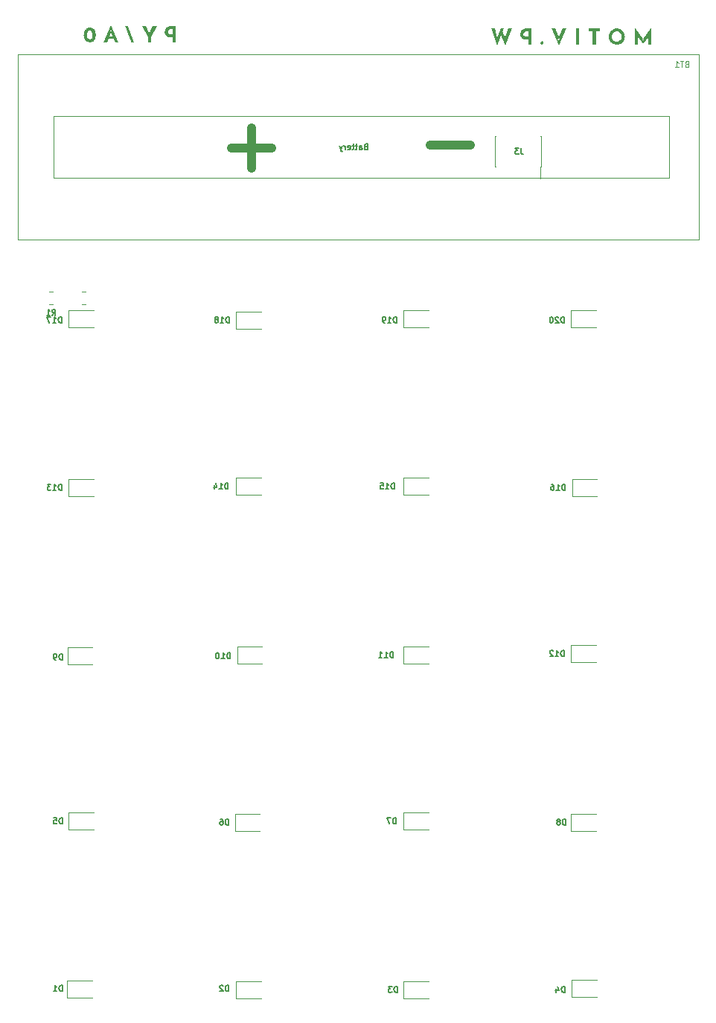
<source format=gbr>
%TF.GenerationSoftware,KiCad,Pcbnew,8.0.5-8.0.5-0~ubuntu22.04.1*%
%TF.CreationDate,2024-11-26T13:49:24+00:00*%
%TF.ProjectId,numcalcium,6e756d63-616c-4636-9975-6d2e6b696361,rev?*%
%TF.SameCoordinates,Original*%
%TF.FileFunction,Legend,Bot*%
%TF.FilePolarity,Positive*%
%FSLAX46Y46*%
G04 Gerber Fmt 4.6, Leading zero omitted, Abs format (unit mm)*
G04 Created by KiCad (PCBNEW 8.0.5-8.0.5-0~ubuntu22.04.1) date 2024-11-26 13:49:24*
%MOMM*%
%LPD*%
G01*
G04 APERTURE LIST*
%ADD10C,0.400000*%
%ADD11C,0.150000*%
%ADD12C,0.100000*%
%ADD13C,1.000000*%
%ADD14C,0.120000*%
G04 APERTURE END LIST*
D10*
G36*
X71428861Y30714783D02*
G01*
X71428861Y32591606D01*
X71426724Y32591606D01*
X70424412Y31170418D01*
X70576575Y31204612D01*
X69576828Y32591606D01*
X69572127Y32591606D01*
X69572127Y30714783D01*
X69927317Y30714783D01*
X69927317Y31790184D01*
X69905091Y31606391D01*
X70515026Y30739146D01*
X70520155Y30739146D01*
X71147188Y31606391D01*
X71086066Y31775651D01*
X71086066Y30714783D01*
X71428861Y30714783D01*
G37*
G36*
X67597824Y32533155D02*
G01*
X67688785Y32519371D01*
X67776701Y32496397D01*
X67861572Y32464233D01*
X67942382Y32424028D01*
X68018116Y32376931D01*
X68088775Y32322942D01*
X68154358Y32262061D01*
X68213957Y32195356D01*
X68266664Y32123896D01*
X68312479Y32047681D01*
X68351401Y31966710D01*
X68382443Y31882160D01*
X68404615Y31795206D01*
X68417919Y31705847D01*
X68422354Y31614085D01*
X68417919Y31520078D01*
X68404615Y31429117D01*
X68382443Y31341201D01*
X68351401Y31256330D01*
X68312479Y31175520D01*
X68266664Y31099786D01*
X68213957Y31029127D01*
X68154358Y30963544D01*
X68088775Y30903918D01*
X68018116Y30851131D01*
X67942382Y30805183D01*
X67861572Y30766073D01*
X67776701Y30735032D01*
X67688785Y30712859D01*
X67597824Y30699555D01*
X67503817Y30695121D01*
X67410932Y30699555D01*
X67320773Y30712859D01*
X67233337Y30735032D01*
X67148627Y30766073D01*
X67067657Y30805183D01*
X66991442Y30851131D01*
X66919981Y30903918D01*
X66853276Y30963544D01*
X66792475Y31029127D01*
X66738727Y31099786D01*
X66692030Y31175520D01*
X66652387Y31256330D01*
X66620784Y31341201D01*
X66598211Y31429117D01*
X66584667Y31520078D01*
X66580152Y31614085D01*
X66947737Y31614085D01*
X66949742Y31562295D01*
X66962504Y31477034D01*
X66989625Y31389687D01*
X67006300Y31351579D01*
X67050160Y31274786D01*
X67104602Y31205894D01*
X67133073Y31177328D01*
X67200945Y31123993D01*
X67277282Y31082368D01*
X67315024Y31067406D01*
X67400613Y31045609D01*
X67491422Y31038343D01*
X67543089Y31040450D01*
X67627569Y31053864D01*
X67713256Y31082368D01*
X67750547Y31100124D01*
X67825468Y31147154D01*
X67892347Y31205894D01*
X67920011Y31236708D01*
X67971805Y31309247D01*
X68012453Y31389687D01*
X68029108Y31436071D01*
X68049185Y31526229D01*
X68055195Y31614085D01*
X68053212Y31666748D01*
X68040579Y31753222D01*
X68013735Y31841475D01*
X67996825Y31880148D01*
X67951939Y31957652D01*
X67895766Y32026550D01*
X67866379Y32055261D01*
X67796830Y32108807D01*
X67719239Y32150503D01*
X67674477Y32167657D01*
X67587005Y32188337D01*
X67501253Y32194528D01*
X67457776Y32192980D01*
X67367699Y32179007D01*
X67283266Y32150503D01*
X67246501Y32132731D01*
X67173029Y32085566D01*
X67108022Y32026550D01*
X67081099Y31995820D01*
X67030499Y31922951D01*
X66990480Y31841475D01*
X66971780Y31787833D01*
X66953748Y31703363D01*
X66947737Y31614085D01*
X66580152Y31614085D01*
X66584667Y31705847D01*
X66598211Y31795206D01*
X66620784Y31882160D01*
X66652387Y31966710D01*
X66692030Y32047681D01*
X66738727Y32123896D01*
X66792475Y32195356D01*
X66853276Y32262061D01*
X66919981Y32322942D01*
X66991442Y32376931D01*
X67067657Y32424028D01*
X67148627Y32464233D01*
X67233337Y32496397D01*
X67320773Y32519371D01*
X67410932Y32533155D01*
X67503817Y32537750D01*
X67597824Y32533155D01*
G37*
G36*
X65552195Y32518089D02*
G01*
X64337026Y32518089D01*
X64337026Y32174866D01*
X64775564Y32174866D01*
X64775564Y30714783D01*
X65130754Y30714783D01*
X65130754Y32174866D01*
X65552195Y32174866D01*
X65552195Y32518089D01*
G37*
G36*
X63200075Y32518089D02*
G01*
X62844885Y32518089D01*
X62844885Y30714783D01*
X63200075Y30714783D01*
X63200075Y32518089D01*
G37*
G36*
X61312566Y32518089D02*
G01*
X60785979Y31219571D01*
X60991570Y31261032D01*
X60514137Y32518089D01*
X60092695Y32518089D01*
X60915916Y30631435D01*
X61739137Y32518089D01*
X61312566Y32518089D01*
G37*
G36*
X59183563Y30891309D02*
G01*
X59162024Y30976360D01*
X59128425Y31018254D01*
X59055161Y31062700D01*
X59007036Y31069973D01*
X58922265Y31043255D01*
X58890776Y31018254D01*
X58843392Y30944624D01*
X58835639Y30891309D01*
X58855077Y30806981D01*
X58890776Y30762654D01*
X58965722Y30720439D01*
X59007036Y30714783D01*
X59092878Y30737409D01*
X59128425Y30762654D01*
X59175809Y30835350D01*
X59183563Y30891309D01*
G37*
G36*
X57771778Y30714783D02*
G01*
X57416588Y30714783D01*
X57416588Y31285822D01*
X57161842Y31285822D01*
X57129232Y31286307D01*
X57037261Y31293576D01*
X56945382Y31311884D01*
X56864355Y31340960D01*
X56806732Y31370746D01*
X56731819Y31423740D01*
X56670731Y31486712D01*
X56641010Y31527337D01*
X56595798Y31607994D01*
X56565585Y31688457D01*
X56554254Y31730246D01*
X56537748Y31820480D01*
X56532847Y31900459D01*
X56887436Y31900459D01*
X56901113Y31819676D01*
X56904700Y31808089D01*
X56945138Y31730344D01*
X56959706Y31712340D01*
X57029768Y31659392D01*
X57077970Y31641127D01*
X57164407Y31631182D01*
X57416588Y31631182D01*
X57416588Y32174866D01*
X57161842Y32174866D01*
X57097308Y32170358D01*
X57013526Y32142809D01*
X56990753Y32128256D01*
X56931460Y32064591D01*
X56926573Y32055866D01*
X56895984Y31972694D01*
X56887436Y31900459D01*
X56532847Y31900459D01*
X56532245Y31910290D01*
X56535085Y31978401D01*
X56547708Y32063699D01*
X56573978Y32152123D01*
X56613029Y32232569D01*
X56640079Y32273552D01*
X56697868Y32339801D01*
X56767355Y32396380D01*
X56848540Y32443289D01*
X56868095Y32452347D01*
X56951656Y32482734D01*
X57043766Y32503771D01*
X57131375Y32514509D01*
X57225529Y32518089D01*
X57771778Y32518089D01*
X57771778Y30714783D01*
G37*
G36*
X55573959Y32505693D02*
G01*
X55157219Y32505693D01*
X54772537Y31373872D01*
X54828957Y31398235D01*
X54493428Y32233851D01*
X54329297Y31746159D01*
X54848618Y30631435D01*
X55573959Y32505693D01*
G37*
G36*
X54669527Y32505693D02*
G01*
X54316902Y32505693D01*
X53873662Y31410630D01*
X53937348Y31420461D01*
X53606521Y32505693D01*
X53224403Y32505693D01*
X53919824Y30636564D01*
X54669527Y32505693D01*
G37*
G36*
X17326861Y30968783D02*
G01*
X16971671Y30968783D01*
X16971671Y31539822D01*
X16716925Y31539822D01*
X16684315Y31540307D01*
X16592344Y31547576D01*
X16500465Y31565884D01*
X16419438Y31594960D01*
X16361815Y31624746D01*
X16286903Y31677740D01*
X16225814Y31740712D01*
X16196093Y31781337D01*
X16150881Y31861994D01*
X16120668Y31942457D01*
X16109337Y31984246D01*
X16092831Y32074480D01*
X16087930Y32154459D01*
X16442519Y32154459D01*
X16456196Y32073676D01*
X16459783Y32062089D01*
X16500221Y31984344D01*
X16514789Y31966340D01*
X16584851Y31913392D01*
X16633053Y31895127D01*
X16719490Y31885182D01*
X16971671Y31885182D01*
X16971671Y32428866D01*
X16716925Y32428866D01*
X16652391Y32424358D01*
X16568609Y32396809D01*
X16545836Y32382256D01*
X16486543Y32318591D01*
X16481656Y32309866D01*
X16451067Y32226694D01*
X16442519Y32154459D01*
X16087930Y32154459D01*
X16087328Y32164290D01*
X16090168Y32232401D01*
X16102791Y32317699D01*
X16129061Y32406123D01*
X16168112Y32486569D01*
X16195162Y32527552D01*
X16252951Y32593801D01*
X16322438Y32650380D01*
X16403623Y32697289D01*
X16423178Y32706347D01*
X16506739Y32736734D01*
X16598849Y32757771D01*
X16686458Y32768509D01*
X16780612Y32772089D01*
X17326861Y32772089D01*
X17326861Y30968783D01*
G37*
G36*
X14506711Y31529992D02*
G01*
X15170502Y32772089D01*
X14731964Y32772089D01*
X14266498Y31836028D01*
X14371645Y31828762D01*
X13913445Y32772089D01*
X13474907Y32772089D01*
X14151521Y31529992D01*
X14151521Y30968783D01*
X14506711Y30968783D01*
X14506711Y31529992D01*
G37*
G36*
X11598084Y32808847D02*
G01*
X11630702Y32720152D01*
X11663320Y32631502D01*
X11695937Y32542898D01*
X11728555Y32454338D01*
X11761173Y32365824D01*
X11793791Y32277354D01*
X11826409Y32188930D01*
X11859027Y32100550D01*
X11891645Y32012216D01*
X11924263Y31923927D01*
X11946008Y31865093D01*
X11978626Y31776914D01*
X12011244Y31688690D01*
X12043861Y31600421D01*
X12076479Y31512106D01*
X12109097Y31423747D01*
X12141715Y31335343D01*
X12174333Y31246893D01*
X12206951Y31158399D01*
X12239569Y31069859D01*
X12272186Y30981275D01*
X12293932Y30922193D01*
X12602960Y30922193D01*
X12570342Y31010808D01*
X12537724Y31099378D01*
X12505106Y31187902D01*
X12472489Y31276382D01*
X12439871Y31364816D01*
X12407253Y31453205D01*
X12374635Y31541550D01*
X12342017Y31629849D01*
X12309399Y31718103D01*
X12276781Y31806312D01*
X12255036Y31865093D01*
X12222418Y31953352D01*
X12189800Y32041656D01*
X12157182Y32130005D01*
X12124565Y32218400D01*
X12091947Y32306839D01*
X12059329Y32395323D01*
X12026711Y32483853D01*
X11994093Y32572428D01*
X11961475Y32661047D01*
X11928857Y32749712D01*
X11907112Y32808847D01*
X11598084Y32808847D01*
G37*
G36*
X10788968Y30968783D02*
G01*
X9975579Y32843041D01*
X9955917Y32843041D01*
X9142527Y30968783D01*
X9554138Y30968783D01*
X10073459Y32286961D01*
X9816577Y32463488D01*
X10438907Y30968783D01*
X10788968Y30968783D01*
G37*
G36*
X10232888Y31620606D02*
G01*
X9691341Y31620606D01*
X9566533Y31321408D01*
X10343164Y31321408D01*
X10232888Y31620606D01*
G37*
G36*
X7558683Y32612619D02*
G01*
X7648025Y32607861D01*
X7733109Y32595172D01*
X7821784Y32572054D01*
X7896575Y32541516D01*
X7971421Y32495390D01*
X8038489Y32436132D01*
X8055362Y32417709D01*
X8106453Y32348319D01*
X8149613Y32266657D01*
X8181676Y32182669D01*
X8187887Y32162601D01*
X8208724Y32076314D01*
X8223150Y31980411D01*
X8230513Y31888606D01*
X8232967Y31789438D01*
X8230390Y31699887D01*
X8221133Y31604003D01*
X8205145Y31515012D01*
X8179111Y31423135D01*
X8168660Y31394437D01*
X8133070Y31314022D01*
X8086070Y31234664D01*
X8031222Y31165825D01*
X7969346Y31107605D01*
X7894725Y31055327D01*
X7813236Y31015372D01*
X7726149Y30987387D01*
X7635325Y30971018D01*
X7549514Y30966218D01*
X7463871Y30970768D01*
X7373616Y30986282D01*
X7287503Y31012807D01*
X7213505Y31047060D01*
X7138278Y31096597D01*
X7069516Y31158559D01*
X7051932Y31177659D01*
X6998638Y31248652D01*
X6953525Y31330915D01*
X6919917Y31414587D01*
X6913396Y31434434D01*
X6891517Y31518596D01*
X6876370Y31610399D01*
X6868639Y31696994D01*
X6866062Y31789438D01*
X6866345Y31799269D01*
X7235784Y31799269D01*
X7238016Y31724019D01*
X7246804Y31637282D01*
X7263995Y31549226D01*
X7271681Y31521864D01*
X7305428Y31443177D01*
X7361020Y31371844D01*
X7378965Y31356617D01*
X7461368Y31317598D01*
X7552079Y31306876D01*
X7581304Y31307891D01*
X7665216Y31325212D01*
X7741001Y31371844D01*
X7757450Y31388794D01*
X7807595Y31464967D01*
X7836317Y31547089D01*
X7849333Y31611046D01*
X7860062Y31702318D01*
X7863244Y31792003D01*
X7861561Y31857639D01*
X7852726Y31949783D01*
X7836317Y32034353D01*
X7830903Y32054238D01*
X7796005Y32136705D01*
X7741001Y32206178D01*
X7722996Y32221104D01*
X7641200Y32259353D01*
X7552079Y32269864D01*
X7522259Y32268882D01*
X7437061Y32252131D01*
X7361020Y32207033D01*
X7348474Y32194952D01*
X7296450Y32123169D01*
X7263995Y32039055D01*
X7250358Y31977577D01*
X7239118Y31888349D01*
X7235784Y31799269D01*
X6866345Y31799269D01*
X6868639Y31878990D01*
X6877895Y31974874D01*
X6893884Y32063865D01*
X6919917Y32155742D01*
X6930372Y32184440D01*
X6966019Y32264855D01*
X7013161Y32344213D01*
X7068234Y32413052D01*
X7129927Y32471455D01*
X7204538Y32523743D01*
X7286221Y32563505D01*
X7373064Y32591490D01*
X7463746Y32607859D01*
X7549514Y32612659D01*
X7558683Y32612619D01*
G37*
D11*
X23345388Y-58109682D02*
X23345388Y-57449682D01*
X23345388Y-57449682D02*
X23188245Y-57449682D01*
X23188245Y-57449682D02*
X23093959Y-57481111D01*
X23093959Y-57481111D02*
X23031102Y-57543968D01*
X23031102Y-57543968D02*
X22999673Y-57606825D01*
X22999673Y-57606825D02*
X22968245Y-57732539D01*
X22968245Y-57732539D02*
X22968245Y-57826825D01*
X22968245Y-57826825D02*
X22999673Y-57952539D01*
X22999673Y-57952539D02*
X23031102Y-58015396D01*
X23031102Y-58015396D02*
X23093959Y-58078254D01*
X23093959Y-58078254D02*
X23188245Y-58109682D01*
X23188245Y-58109682D02*
X23345388Y-58109682D01*
X22402531Y-57449682D02*
X22528245Y-57449682D01*
X22528245Y-57449682D02*
X22591102Y-57481111D01*
X22591102Y-57481111D02*
X22622531Y-57512539D01*
X22622531Y-57512539D02*
X22685388Y-57606825D01*
X22685388Y-57606825D02*
X22716816Y-57732539D01*
X22716816Y-57732539D02*
X22716816Y-57983968D01*
X22716816Y-57983968D02*
X22685388Y-58046825D01*
X22685388Y-58046825D02*
X22653959Y-58078254D01*
X22653959Y-58078254D02*
X22591102Y-58109682D01*
X22591102Y-58109682D02*
X22465388Y-58109682D01*
X22465388Y-58109682D02*
X22402531Y-58078254D01*
X22402531Y-58078254D02*
X22371102Y-58046825D01*
X22371102Y-58046825D02*
X22339673Y-57983968D01*
X22339673Y-57983968D02*
X22339673Y-57826825D01*
X22339673Y-57826825D02*
X22371102Y-57763968D01*
X22371102Y-57763968D02*
X22402531Y-57732539D01*
X22402531Y-57732539D02*
X22465388Y-57701111D01*
X22465388Y-57701111D02*
X22591102Y-57701111D01*
X22591102Y-57701111D02*
X22653959Y-57732539D01*
X22653959Y-57732539D02*
X22685388Y-57763968D01*
X22685388Y-57763968D02*
X22716816Y-57826825D01*
X4355674Y-20009682D02*
X4355674Y-19349682D01*
X4355674Y-19349682D02*
X4198531Y-19349682D01*
X4198531Y-19349682D02*
X4104245Y-19381111D01*
X4104245Y-19381111D02*
X4041388Y-19443968D01*
X4041388Y-19443968D02*
X4009959Y-19506825D01*
X4009959Y-19506825D02*
X3978531Y-19632539D01*
X3978531Y-19632539D02*
X3978531Y-19726825D01*
X3978531Y-19726825D02*
X4009959Y-19852539D01*
X4009959Y-19852539D02*
X4041388Y-19915396D01*
X4041388Y-19915396D02*
X4104245Y-19978254D01*
X4104245Y-19978254D02*
X4198531Y-20009682D01*
X4198531Y-20009682D02*
X4355674Y-20009682D01*
X3349959Y-20009682D02*
X3727102Y-20009682D01*
X3538531Y-20009682D02*
X3538531Y-19349682D01*
X3538531Y-19349682D02*
X3601388Y-19443968D01*
X3601388Y-19443968D02*
X3664245Y-19506825D01*
X3664245Y-19506825D02*
X3727102Y-19538254D01*
X3129960Y-19349682D02*
X2721388Y-19349682D01*
X2721388Y-19349682D02*
X2941388Y-19601111D01*
X2941388Y-19601111D02*
X2847103Y-19601111D01*
X2847103Y-19601111D02*
X2784246Y-19632539D01*
X2784246Y-19632539D02*
X2752817Y-19663968D01*
X2752817Y-19663968D02*
X2721388Y-19726825D01*
X2721388Y-19726825D02*
X2721388Y-19883968D01*
X2721388Y-19883968D02*
X2752817Y-19946825D01*
X2752817Y-19946825D02*
X2784246Y-19978254D01*
X2784246Y-19978254D02*
X2847103Y-20009682D01*
X2847103Y-20009682D02*
X3035674Y-20009682D01*
X3035674Y-20009682D02*
X3098531Y-19978254D01*
X3098531Y-19978254D02*
X3129960Y-19946825D01*
X61505674Y-959682D02*
X61505674Y-299682D01*
X61505674Y-299682D02*
X61348531Y-299682D01*
X61348531Y-299682D02*
X61254245Y-331111D01*
X61254245Y-331111D02*
X61191388Y-393968D01*
X61191388Y-393968D02*
X61159959Y-456825D01*
X61159959Y-456825D02*
X61128531Y-582539D01*
X61128531Y-582539D02*
X61128531Y-676825D01*
X61128531Y-676825D02*
X61159959Y-802539D01*
X61159959Y-802539D02*
X61191388Y-865396D01*
X61191388Y-865396D02*
X61254245Y-928254D01*
X61254245Y-928254D02*
X61348531Y-959682D01*
X61348531Y-959682D02*
X61505674Y-959682D01*
X60877102Y-362539D02*
X60845674Y-331111D01*
X60845674Y-331111D02*
X60782817Y-299682D01*
X60782817Y-299682D02*
X60625674Y-299682D01*
X60625674Y-299682D02*
X60562817Y-331111D01*
X60562817Y-331111D02*
X60531388Y-362539D01*
X60531388Y-362539D02*
X60499959Y-425396D01*
X60499959Y-425396D02*
X60499959Y-488254D01*
X60499959Y-488254D02*
X60531388Y-582539D01*
X60531388Y-582539D02*
X60908531Y-959682D01*
X60908531Y-959682D02*
X60499959Y-959682D01*
X60091388Y-299682D02*
X60028531Y-299682D01*
X60028531Y-299682D02*
X59965674Y-331111D01*
X59965674Y-331111D02*
X59934246Y-362539D01*
X59934246Y-362539D02*
X59902817Y-425396D01*
X59902817Y-425396D02*
X59871388Y-551111D01*
X59871388Y-551111D02*
X59871388Y-708254D01*
X59871388Y-708254D02*
X59902817Y-833968D01*
X59902817Y-833968D02*
X59934246Y-896825D01*
X59934246Y-896825D02*
X59965674Y-928254D01*
X59965674Y-928254D02*
X60028531Y-959682D01*
X60028531Y-959682D02*
X60091388Y-959682D01*
X60091388Y-959682D02*
X60154246Y-928254D01*
X60154246Y-928254D02*
X60185674Y-896825D01*
X60185674Y-896825D02*
X60217103Y-833968D01*
X60217103Y-833968D02*
X60248531Y-708254D01*
X60248531Y-708254D02*
X60248531Y-551111D01*
X60248531Y-551111D02*
X60217103Y-425396D01*
X60217103Y-425396D02*
X60185674Y-362539D01*
X60185674Y-362539D02*
X60154246Y-331111D01*
X60154246Y-331111D02*
X60091388Y-299682D01*
X23532674Y-39186682D02*
X23532674Y-38526682D01*
X23532674Y-38526682D02*
X23375531Y-38526682D01*
X23375531Y-38526682D02*
X23281245Y-38558111D01*
X23281245Y-38558111D02*
X23218388Y-38620968D01*
X23218388Y-38620968D02*
X23186959Y-38683825D01*
X23186959Y-38683825D02*
X23155531Y-38809539D01*
X23155531Y-38809539D02*
X23155531Y-38903825D01*
X23155531Y-38903825D02*
X23186959Y-39029539D01*
X23186959Y-39029539D02*
X23218388Y-39092396D01*
X23218388Y-39092396D02*
X23281245Y-39155254D01*
X23281245Y-39155254D02*
X23375531Y-39186682D01*
X23375531Y-39186682D02*
X23532674Y-39186682D01*
X22526959Y-39186682D02*
X22904102Y-39186682D01*
X22715531Y-39186682D02*
X22715531Y-38526682D01*
X22715531Y-38526682D02*
X22778388Y-38620968D01*
X22778388Y-38620968D02*
X22841245Y-38683825D01*
X22841245Y-38683825D02*
X22904102Y-38715254D01*
X22118388Y-38526682D02*
X22055531Y-38526682D01*
X22055531Y-38526682D02*
X21992674Y-38558111D01*
X21992674Y-38558111D02*
X21961246Y-38589539D01*
X21961246Y-38589539D02*
X21929817Y-38652396D01*
X21929817Y-38652396D02*
X21898388Y-38778111D01*
X21898388Y-38778111D02*
X21898388Y-38935254D01*
X21898388Y-38935254D02*
X21929817Y-39060968D01*
X21929817Y-39060968D02*
X21961246Y-39123825D01*
X21961246Y-39123825D02*
X21992674Y-39155254D01*
X21992674Y-39155254D02*
X22055531Y-39186682D01*
X22055531Y-39186682D02*
X22118388Y-39186682D01*
X22118388Y-39186682D02*
X22181246Y-39155254D01*
X22181246Y-39155254D02*
X22212674Y-39123825D01*
X22212674Y-39123825D02*
X22244103Y-39060968D01*
X22244103Y-39060968D02*
X22275531Y-38935254D01*
X22275531Y-38935254D02*
X22275531Y-38778111D01*
X22275531Y-38778111D02*
X22244103Y-38652396D01*
X22244103Y-38652396D02*
X22212674Y-38589539D01*
X22212674Y-38589539D02*
X22181246Y-38558111D01*
X22181246Y-38558111D02*
X22118388Y-38526682D01*
X3267245Y-120482D02*
X3487245Y193803D01*
X3644388Y-120482D02*
X3644388Y539517D01*
X3644388Y539517D02*
X3392959Y539517D01*
X3392959Y539517D02*
X3330102Y508088D01*
X3330102Y508088D02*
X3298673Y476660D01*
X3298673Y476660D02*
X3267245Y413803D01*
X3267245Y413803D02*
X3267245Y319517D01*
X3267245Y319517D02*
X3298673Y256660D01*
X3298673Y256660D02*
X3330102Y225231D01*
X3330102Y225231D02*
X3392959Y193803D01*
X3392959Y193803D02*
X3644388Y193803D01*
X2638673Y-120482D02*
X3015816Y-120482D01*
X2827245Y-120482D02*
X2827245Y539517D01*
X2827245Y539517D02*
X2890102Y445231D01*
X2890102Y445231D02*
X2952959Y382374D01*
X2952959Y382374D02*
X3015816Y350946D01*
X42395388Y-57982682D02*
X42395388Y-57322682D01*
X42395388Y-57322682D02*
X42238245Y-57322682D01*
X42238245Y-57322682D02*
X42143959Y-57354111D01*
X42143959Y-57354111D02*
X42081102Y-57416968D01*
X42081102Y-57416968D02*
X42049673Y-57479825D01*
X42049673Y-57479825D02*
X42018245Y-57605539D01*
X42018245Y-57605539D02*
X42018245Y-57699825D01*
X42018245Y-57699825D02*
X42049673Y-57825539D01*
X42049673Y-57825539D02*
X42081102Y-57888396D01*
X42081102Y-57888396D02*
X42143959Y-57951254D01*
X42143959Y-57951254D02*
X42238245Y-57982682D01*
X42238245Y-57982682D02*
X42395388Y-57982682D01*
X41798245Y-57322682D02*
X41358245Y-57322682D01*
X41358245Y-57322682D02*
X41641102Y-57982682D01*
X4422388Y-39313682D02*
X4422388Y-38653682D01*
X4422388Y-38653682D02*
X4265245Y-38653682D01*
X4265245Y-38653682D02*
X4170959Y-38685111D01*
X4170959Y-38685111D02*
X4108102Y-38747968D01*
X4108102Y-38747968D02*
X4076673Y-38810825D01*
X4076673Y-38810825D02*
X4045245Y-38936539D01*
X4045245Y-38936539D02*
X4045245Y-39030825D01*
X4045245Y-39030825D02*
X4076673Y-39156539D01*
X4076673Y-39156539D02*
X4108102Y-39219396D01*
X4108102Y-39219396D02*
X4170959Y-39282254D01*
X4170959Y-39282254D02*
X4265245Y-39313682D01*
X4265245Y-39313682D02*
X4422388Y-39313682D01*
X3730959Y-39313682D02*
X3605245Y-39313682D01*
X3605245Y-39313682D02*
X3542388Y-39282254D01*
X3542388Y-39282254D02*
X3510959Y-39250825D01*
X3510959Y-39250825D02*
X3448102Y-39156539D01*
X3448102Y-39156539D02*
X3416673Y-39030825D01*
X3416673Y-39030825D02*
X3416673Y-38779396D01*
X3416673Y-38779396D02*
X3448102Y-38716539D01*
X3448102Y-38716539D02*
X3479531Y-38685111D01*
X3479531Y-38685111D02*
X3542388Y-38653682D01*
X3542388Y-38653682D02*
X3668102Y-38653682D01*
X3668102Y-38653682D02*
X3730959Y-38685111D01*
X3730959Y-38685111D02*
X3762388Y-38716539D01*
X3762388Y-38716539D02*
X3793816Y-38779396D01*
X3793816Y-38779396D02*
X3793816Y-38936539D01*
X3793816Y-38936539D02*
X3762388Y-38999396D01*
X3762388Y-38999396D02*
X3730959Y-39030825D01*
X3730959Y-39030825D02*
X3668102Y-39062254D01*
X3668102Y-39062254D02*
X3542388Y-39062254D01*
X3542388Y-39062254D02*
X3479531Y-39030825D01*
X3479531Y-39030825D02*
X3448102Y-38999396D01*
X3448102Y-38999396D02*
X3416673Y-38936539D01*
X4422388Y-57982682D02*
X4422388Y-57322682D01*
X4422388Y-57322682D02*
X4265245Y-57322682D01*
X4265245Y-57322682D02*
X4170959Y-57354111D01*
X4170959Y-57354111D02*
X4108102Y-57416968D01*
X4108102Y-57416968D02*
X4076673Y-57479825D01*
X4076673Y-57479825D02*
X4045245Y-57605539D01*
X4045245Y-57605539D02*
X4045245Y-57699825D01*
X4045245Y-57699825D02*
X4076673Y-57825539D01*
X4076673Y-57825539D02*
X4108102Y-57888396D01*
X4108102Y-57888396D02*
X4170959Y-57951254D01*
X4170959Y-57951254D02*
X4265245Y-57982682D01*
X4265245Y-57982682D02*
X4422388Y-57982682D01*
X3448102Y-57322682D02*
X3762388Y-57322682D01*
X3762388Y-57322682D02*
X3793816Y-57636968D01*
X3793816Y-57636968D02*
X3762388Y-57605539D01*
X3762388Y-57605539D02*
X3699531Y-57574111D01*
X3699531Y-57574111D02*
X3542388Y-57574111D01*
X3542388Y-57574111D02*
X3479531Y-57605539D01*
X3479531Y-57605539D02*
X3448102Y-57636968D01*
X3448102Y-57636968D02*
X3416673Y-57699825D01*
X3416673Y-57699825D02*
X3416673Y-57856968D01*
X3416673Y-57856968D02*
X3448102Y-57919825D01*
X3448102Y-57919825D02*
X3479531Y-57951254D01*
X3479531Y-57951254D02*
X3542388Y-57982682D01*
X3542388Y-57982682D02*
X3699531Y-57982682D01*
X3699531Y-57982682D02*
X3762388Y-57951254D01*
X3762388Y-57951254D02*
X3793816Y-57919825D01*
X23405674Y-959682D02*
X23405674Y-299682D01*
X23405674Y-299682D02*
X23248531Y-299682D01*
X23248531Y-299682D02*
X23154245Y-331111D01*
X23154245Y-331111D02*
X23091388Y-393968D01*
X23091388Y-393968D02*
X23059959Y-456825D01*
X23059959Y-456825D02*
X23028531Y-582539D01*
X23028531Y-582539D02*
X23028531Y-676825D01*
X23028531Y-676825D02*
X23059959Y-802539D01*
X23059959Y-802539D02*
X23091388Y-865396D01*
X23091388Y-865396D02*
X23154245Y-928254D01*
X23154245Y-928254D02*
X23248531Y-959682D01*
X23248531Y-959682D02*
X23405674Y-959682D01*
X22399959Y-959682D02*
X22777102Y-959682D01*
X22588531Y-959682D02*
X22588531Y-299682D01*
X22588531Y-299682D02*
X22651388Y-393968D01*
X22651388Y-393968D02*
X22714245Y-456825D01*
X22714245Y-456825D02*
X22777102Y-488254D01*
X22022817Y-582539D02*
X22085674Y-551111D01*
X22085674Y-551111D02*
X22117103Y-519682D01*
X22117103Y-519682D02*
X22148531Y-456825D01*
X22148531Y-456825D02*
X22148531Y-425396D01*
X22148531Y-425396D02*
X22117103Y-362539D01*
X22117103Y-362539D02*
X22085674Y-331111D01*
X22085674Y-331111D02*
X22022817Y-299682D01*
X22022817Y-299682D02*
X21897103Y-299682D01*
X21897103Y-299682D02*
X21834246Y-331111D01*
X21834246Y-331111D02*
X21802817Y-362539D01*
X21802817Y-362539D02*
X21771388Y-425396D01*
X21771388Y-425396D02*
X21771388Y-456825D01*
X21771388Y-456825D02*
X21802817Y-519682D01*
X21802817Y-519682D02*
X21834246Y-551111D01*
X21834246Y-551111D02*
X21897103Y-582539D01*
X21897103Y-582539D02*
X22022817Y-582539D01*
X22022817Y-582539D02*
X22085674Y-613968D01*
X22085674Y-613968D02*
X22117103Y-645396D01*
X22117103Y-645396D02*
X22148531Y-708254D01*
X22148531Y-708254D02*
X22148531Y-833968D01*
X22148531Y-833968D02*
X22117103Y-896825D01*
X22117103Y-896825D02*
X22085674Y-928254D01*
X22085674Y-928254D02*
X22022817Y-959682D01*
X22022817Y-959682D02*
X21897103Y-959682D01*
X21897103Y-959682D02*
X21834246Y-928254D01*
X21834246Y-928254D02*
X21802817Y-896825D01*
X21802817Y-896825D02*
X21771388Y-833968D01*
X21771388Y-833968D02*
X21771388Y-708254D01*
X21771388Y-708254D02*
X21802817Y-645396D01*
X21802817Y-645396D02*
X21834246Y-613968D01*
X21834246Y-613968D02*
X21897103Y-582539D01*
X42074674Y-39059682D02*
X42074674Y-38399682D01*
X42074674Y-38399682D02*
X41917531Y-38399682D01*
X41917531Y-38399682D02*
X41823245Y-38431111D01*
X41823245Y-38431111D02*
X41760388Y-38493968D01*
X41760388Y-38493968D02*
X41728959Y-38556825D01*
X41728959Y-38556825D02*
X41697531Y-38682539D01*
X41697531Y-38682539D02*
X41697531Y-38776825D01*
X41697531Y-38776825D02*
X41728959Y-38902539D01*
X41728959Y-38902539D02*
X41760388Y-38965396D01*
X41760388Y-38965396D02*
X41823245Y-39028254D01*
X41823245Y-39028254D02*
X41917531Y-39059682D01*
X41917531Y-39059682D02*
X42074674Y-39059682D01*
X41068959Y-39059682D02*
X41446102Y-39059682D01*
X41257531Y-39059682D02*
X41257531Y-38399682D01*
X41257531Y-38399682D02*
X41320388Y-38493968D01*
X41320388Y-38493968D02*
X41383245Y-38556825D01*
X41383245Y-38556825D02*
X41446102Y-38588254D01*
X40440388Y-39059682D02*
X40817531Y-39059682D01*
X40628960Y-39059682D02*
X40628960Y-38399682D01*
X40628960Y-38399682D02*
X40691817Y-38493968D01*
X40691817Y-38493968D02*
X40754674Y-38556825D01*
X40754674Y-38556825D02*
X40817531Y-38588254D01*
X42522388Y-77159682D02*
X42522388Y-76499682D01*
X42522388Y-76499682D02*
X42365245Y-76499682D01*
X42365245Y-76499682D02*
X42270959Y-76531111D01*
X42270959Y-76531111D02*
X42208102Y-76593968D01*
X42208102Y-76593968D02*
X42176673Y-76656825D01*
X42176673Y-76656825D02*
X42145245Y-76782539D01*
X42145245Y-76782539D02*
X42145245Y-76876825D01*
X42145245Y-76876825D02*
X42176673Y-77002539D01*
X42176673Y-77002539D02*
X42208102Y-77065396D01*
X42208102Y-77065396D02*
X42270959Y-77128254D01*
X42270959Y-77128254D02*
X42365245Y-77159682D01*
X42365245Y-77159682D02*
X42522388Y-77159682D01*
X41925245Y-76499682D02*
X41516673Y-76499682D01*
X41516673Y-76499682D02*
X41736673Y-76751111D01*
X41736673Y-76751111D02*
X41642388Y-76751111D01*
X41642388Y-76751111D02*
X41579531Y-76782539D01*
X41579531Y-76782539D02*
X41548102Y-76813968D01*
X41548102Y-76813968D02*
X41516673Y-76876825D01*
X41516673Y-76876825D02*
X41516673Y-77033968D01*
X41516673Y-77033968D02*
X41548102Y-77096825D01*
X41548102Y-77096825D02*
X41579531Y-77128254D01*
X41579531Y-77128254D02*
X41642388Y-77159682D01*
X41642388Y-77159682D02*
X41830959Y-77159682D01*
X41830959Y-77159682D02*
X41893816Y-77128254D01*
X41893816Y-77128254D02*
X41925245Y-77096825D01*
X61572388Y-77159682D02*
X61572388Y-76499682D01*
X61572388Y-76499682D02*
X61415245Y-76499682D01*
X61415245Y-76499682D02*
X61320959Y-76531111D01*
X61320959Y-76531111D02*
X61258102Y-76593968D01*
X61258102Y-76593968D02*
X61226673Y-76656825D01*
X61226673Y-76656825D02*
X61195245Y-76782539D01*
X61195245Y-76782539D02*
X61195245Y-76876825D01*
X61195245Y-76876825D02*
X61226673Y-77002539D01*
X61226673Y-77002539D02*
X61258102Y-77065396D01*
X61258102Y-77065396D02*
X61320959Y-77128254D01*
X61320959Y-77128254D02*
X61415245Y-77159682D01*
X61415245Y-77159682D02*
X61572388Y-77159682D01*
X60629531Y-76719682D02*
X60629531Y-77159682D01*
X60786673Y-76468254D02*
X60943816Y-76939682D01*
X60943816Y-76939682D02*
X60535245Y-76939682D01*
X61632674Y-20009682D02*
X61632674Y-19349682D01*
X61632674Y-19349682D02*
X61475531Y-19349682D01*
X61475531Y-19349682D02*
X61381245Y-19381111D01*
X61381245Y-19381111D02*
X61318388Y-19443968D01*
X61318388Y-19443968D02*
X61286959Y-19506825D01*
X61286959Y-19506825D02*
X61255531Y-19632539D01*
X61255531Y-19632539D02*
X61255531Y-19726825D01*
X61255531Y-19726825D02*
X61286959Y-19852539D01*
X61286959Y-19852539D02*
X61318388Y-19915396D01*
X61318388Y-19915396D02*
X61381245Y-19978254D01*
X61381245Y-19978254D02*
X61475531Y-20009682D01*
X61475531Y-20009682D02*
X61632674Y-20009682D01*
X60626959Y-20009682D02*
X61004102Y-20009682D01*
X60815531Y-20009682D02*
X60815531Y-19349682D01*
X60815531Y-19349682D02*
X60878388Y-19443968D01*
X60878388Y-19443968D02*
X60941245Y-19506825D01*
X60941245Y-19506825D02*
X61004102Y-19538254D01*
X60061246Y-19349682D02*
X60186960Y-19349682D01*
X60186960Y-19349682D02*
X60249817Y-19381111D01*
X60249817Y-19381111D02*
X60281246Y-19412539D01*
X60281246Y-19412539D02*
X60344103Y-19506825D01*
X60344103Y-19506825D02*
X60375531Y-19632539D01*
X60375531Y-19632539D02*
X60375531Y-19883968D01*
X60375531Y-19883968D02*
X60344103Y-19946825D01*
X60344103Y-19946825D02*
X60312674Y-19978254D01*
X60312674Y-19978254D02*
X60249817Y-20009682D01*
X60249817Y-20009682D02*
X60124103Y-20009682D01*
X60124103Y-20009682D02*
X60061246Y-19978254D01*
X60061246Y-19978254D02*
X60029817Y-19946825D01*
X60029817Y-19946825D02*
X59998388Y-19883968D01*
X59998388Y-19883968D02*
X59998388Y-19726825D01*
X59998388Y-19726825D02*
X60029817Y-19663968D01*
X60029817Y-19663968D02*
X60061246Y-19632539D01*
X60061246Y-19632539D02*
X60124103Y-19601111D01*
X60124103Y-19601111D02*
X60249817Y-19601111D01*
X60249817Y-19601111D02*
X60312674Y-19632539D01*
X60312674Y-19632539D02*
X60344103Y-19663968D01*
X60344103Y-19663968D02*
X60375531Y-19726825D01*
X23278674Y-19882682D02*
X23278674Y-19222682D01*
X23278674Y-19222682D02*
X23121531Y-19222682D01*
X23121531Y-19222682D02*
X23027245Y-19254111D01*
X23027245Y-19254111D02*
X22964388Y-19316968D01*
X22964388Y-19316968D02*
X22932959Y-19379825D01*
X22932959Y-19379825D02*
X22901531Y-19505539D01*
X22901531Y-19505539D02*
X22901531Y-19599825D01*
X22901531Y-19599825D02*
X22932959Y-19725539D01*
X22932959Y-19725539D02*
X22964388Y-19788396D01*
X22964388Y-19788396D02*
X23027245Y-19851254D01*
X23027245Y-19851254D02*
X23121531Y-19882682D01*
X23121531Y-19882682D02*
X23278674Y-19882682D01*
X22272959Y-19882682D02*
X22650102Y-19882682D01*
X22461531Y-19882682D02*
X22461531Y-19222682D01*
X22461531Y-19222682D02*
X22524388Y-19316968D01*
X22524388Y-19316968D02*
X22587245Y-19379825D01*
X22587245Y-19379825D02*
X22650102Y-19411254D01*
X21707246Y-19442682D02*
X21707246Y-19882682D01*
X21864388Y-19191254D02*
X22021531Y-19662682D01*
X22021531Y-19662682D02*
X21612960Y-19662682D01*
D12*
X75446817Y28466431D02*
X75352531Y28435003D01*
X75352531Y28435003D02*
X75321102Y28403574D01*
X75321102Y28403574D02*
X75289674Y28340717D01*
X75289674Y28340717D02*
X75289674Y28246431D01*
X75289674Y28246431D02*
X75321102Y28183574D01*
X75321102Y28183574D02*
X75352531Y28152146D01*
X75352531Y28152146D02*
X75415388Y28120717D01*
X75415388Y28120717D02*
X75666817Y28120717D01*
X75666817Y28120717D02*
X75666817Y28780717D01*
X75666817Y28780717D02*
X75446817Y28780717D01*
X75446817Y28780717D02*
X75383960Y28749288D01*
X75383960Y28749288D02*
X75352531Y28717860D01*
X75352531Y28717860D02*
X75321102Y28655003D01*
X75321102Y28655003D02*
X75321102Y28592146D01*
X75321102Y28592146D02*
X75352531Y28529288D01*
X75352531Y28529288D02*
X75383960Y28497860D01*
X75383960Y28497860D02*
X75446817Y28466431D01*
X75446817Y28466431D02*
X75666817Y28466431D01*
X75101102Y28780717D02*
X74723960Y28780717D01*
X74912531Y28120717D02*
X74912531Y28780717D01*
X74158245Y28120717D02*
X74535388Y28120717D01*
X74346817Y28120717D02*
X74346817Y28780717D01*
X74346817Y28780717D02*
X74409674Y28686431D01*
X74409674Y28686431D02*
X74472531Y28623574D01*
X74472531Y28623574D02*
X74535388Y28592146D01*
D11*
X38957388Y19071031D02*
X38863102Y19039603D01*
X38863102Y19039603D02*
X38831673Y19008174D01*
X38831673Y19008174D02*
X38800245Y18945317D01*
X38800245Y18945317D02*
X38800245Y18851031D01*
X38800245Y18851031D02*
X38831673Y18788174D01*
X38831673Y18788174D02*
X38863102Y18756746D01*
X38863102Y18756746D02*
X38925959Y18725317D01*
X38925959Y18725317D02*
X39177388Y18725317D01*
X39177388Y18725317D02*
X39177388Y19385317D01*
X39177388Y19385317D02*
X38957388Y19385317D01*
X38957388Y19385317D02*
X38894531Y19353888D01*
X38894531Y19353888D02*
X38863102Y19322460D01*
X38863102Y19322460D02*
X38831673Y19259603D01*
X38831673Y19259603D02*
X38831673Y19196746D01*
X38831673Y19196746D02*
X38863102Y19133888D01*
X38863102Y19133888D02*
X38894531Y19102460D01*
X38894531Y19102460D02*
X38957388Y19071031D01*
X38957388Y19071031D02*
X39177388Y19071031D01*
X38234531Y18725317D02*
X38234531Y19071031D01*
X38234531Y19071031D02*
X38265959Y19133888D01*
X38265959Y19133888D02*
X38328816Y19165317D01*
X38328816Y19165317D02*
X38454531Y19165317D01*
X38454531Y19165317D02*
X38517388Y19133888D01*
X38234531Y18756746D02*
X38297388Y18725317D01*
X38297388Y18725317D02*
X38454531Y18725317D01*
X38454531Y18725317D02*
X38517388Y18756746D01*
X38517388Y18756746D02*
X38548816Y18819603D01*
X38548816Y18819603D02*
X38548816Y18882460D01*
X38548816Y18882460D02*
X38517388Y18945317D01*
X38517388Y18945317D02*
X38454531Y18976746D01*
X38454531Y18976746D02*
X38297388Y18976746D01*
X38297388Y18976746D02*
X38234531Y19008174D01*
X38014530Y19165317D02*
X37763102Y19165317D01*
X37920245Y19385317D02*
X37920245Y18819603D01*
X37920245Y18819603D02*
X37888816Y18756746D01*
X37888816Y18756746D02*
X37825959Y18725317D01*
X37825959Y18725317D02*
X37763102Y18725317D01*
X37637387Y19165317D02*
X37385959Y19165317D01*
X37543102Y19385317D02*
X37543102Y18819603D01*
X37543102Y18819603D02*
X37511673Y18756746D01*
X37511673Y18756746D02*
X37448816Y18725317D01*
X37448816Y18725317D02*
X37385959Y18725317D01*
X36914530Y18756746D02*
X36977387Y18725317D01*
X36977387Y18725317D02*
X37103102Y18725317D01*
X37103102Y18725317D02*
X37165959Y18756746D01*
X37165959Y18756746D02*
X37197387Y18819603D01*
X37197387Y18819603D02*
X37197387Y19071031D01*
X37197387Y19071031D02*
X37165959Y19133888D01*
X37165959Y19133888D02*
X37103102Y19165317D01*
X37103102Y19165317D02*
X36977387Y19165317D01*
X36977387Y19165317D02*
X36914530Y19133888D01*
X36914530Y19133888D02*
X36883102Y19071031D01*
X36883102Y19071031D02*
X36883102Y19008174D01*
X36883102Y19008174D02*
X37197387Y18945317D01*
X36600245Y18725317D02*
X36600245Y19165317D01*
X36600245Y19039603D02*
X36568816Y19102460D01*
X36568816Y19102460D02*
X36537388Y19133888D01*
X36537388Y19133888D02*
X36474530Y19165317D01*
X36474530Y19165317D02*
X36411673Y19165317D01*
X36254531Y19165317D02*
X36097388Y18725317D01*
X35940245Y19165317D02*
X36097388Y18725317D01*
X36097388Y18725317D02*
X36160245Y18568174D01*
X36160245Y18568174D02*
X36191674Y18536746D01*
X36191674Y18536746D02*
X36254531Y18505317D01*
D13*
X50849780Y19220846D02*
X46278352Y19220846D01*
X28264780Y18919846D02*
X23693352Y18919846D01*
X25979066Y16634131D02*
X25979066Y21205560D01*
D11*
X42455674Y-959682D02*
X42455674Y-299682D01*
X42455674Y-299682D02*
X42298531Y-299682D01*
X42298531Y-299682D02*
X42204245Y-331111D01*
X42204245Y-331111D02*
X42141388Y-393968D01*
X42141388Y-393968D02*
X42109959Y-456825D01*
X42109959Y-456825D02*
X42078531Y-582539D01*
X42078531Y-582539D02*
X42078531Y-676825D01*
X42078531Y-676825D02*
X42109959Y-802539D01*
X42109959Y-802539D02*
X42141388Y-865396D01*
X42141388Y-865396D02*
X42204245Y-928254D01*
X42204245Y-928254D02*
X42298531Y-959682D01*
X42298531Y-959682D02*
X42455674Y-959682D01*
X41449959Y-959682D02*
X41827102Y-959682D01*
X41638531Y-959682D02*
X41638531Y-299682D01*
X41638531Y-299682D02*
X41701388Y-393968D01*
X41701388Y-393968D02*
X41764245Y-456825D01*
X41764245Y-456825D02*
X41827102Y-488254D01*
X41135674Y-959682D02*
X41009960Y-959682D01*
X41009960Y-959682D02*
X40947103Y-928254D01*
X40947103Y-928254D02*
X40915674Y-896825D01*
X40915674Y-896825D02*
X40852817Y-802539D01*
X40852817Y-802539D02*
X40821388Y-676825D01*
X40821388Y-676825D02*
X40821388Y-425396D01*
X40821388Y-425396D02*
X40852817Y-362539D01*
X40852817Y-362539D02*
X40884246Y-331111D01*
X40884246Y-331111D02*
X40947103Y-299682D01*
X40947103Y-299682D02*
X41072817Y-299682D01*
X41072817Y-299682D02*
X41135674Y-331111D01*
X41135674Y-331111D02*
X41167103Y-362539D01*
X41167103Y-362539D02*
X41198531Y-425396D01*
X41198531Y-425396D02*
X41198531Y-582539D01*
X41198531Y-582539D02*
X41167103Y-645396D01*
X41167103Y-645396D02*
X41135674Y-676825D01*
X41135674Y-676825D02*
X41072817Y-708254D01*
X41072817Y-708254D02*
X40947103Y-708254D01*
X40947103Y-708254D02*
X40884246Y-676825D01*
X40884246Y-676825D02*
X40852817Y-645396D01*
X40852817Y-645396D02*
X40821388Y-582539D01*
X4355674Y-959682D02*
X4355674Y-299682D01*
X4355674Y-299682D02*
X4198531Y-299682D01*
X4198531Y-299682D02*
X4104245Y-331111D01*
X4104245Y-331111D02*
X4041388Y-393968D01*
X4041388Y-393968D02*
X4009959Y-456825D01*
X4009959Y-456825D02*
X3978531Y-582539D01*
X3978531Y-582539D02*
X3978531Y-676825D01*
X3978531Y-676825D02*
X4009959Y-802539D01*
X4009959Y-802539D02*
X4041388Y-865396D01*
X4041388Y-865396D02*
X4104245Y-928254D01*
X4104245Y-928254D02*
X4198531Y-959682D01*
X4198531Y-959682D02*
X4355674Y-959682D01*
X3349959Y-959682D02*
X3727102Y-959682D01*
X3538531Y-959682D02*
X3538531Y-299682D01*
X3538531Y-299682D02*
X3601388Y-393968D01*
X3601388Y-393968D02*
X3664245Y-456825D01*
X3664245Y-456825D02*
X3727102Y-488254D01*
X3129960Y-299682D02*
X2689960Y-299682D01*
X2689960Y-299682D02*
X2972817Y-959682D01*
X42201674Y-19882682D02*
X42201674Y-19222682D01*
X42201674Y-19222682D02*
X42044531Y-19222682D01*
X42044531Y-19222682D02*
X41950245Y-19254111D01*
X41950245Y-19254111D02*
X41887388Y-19316968D01*
X41887388Y-19316968D02*
X41855959Y-19379825D01*
X41855959Y-19379825D02*
X41824531Y-19505539D01*
X41824531Y-19505539D02*
X41824531Y-19599825D01*
X41824531Y-19599825D02*
X41855959Y-19725539D01*
X41855959Y-19725539D02*
X41887388Y-19788396D01*
X41887388Y-19788396D02*
X41950245Y-19851254D01*
X41950245Y-19851254D02*
X42044531Y-19882682D01*
X42044531Y-19882682D02*
X42201674Y-19882682D01*
X41195959Y-19882682D02*
X41573102Y-19882682D01*
X41384531Y-19882682D02*
X41384531Y-19222682D01*
X41384531Y-19222682D02*
X41447388Y-19316968D01*
X41447388Y-19316968D02*
X41510245Y-19379825D01*
X41510245Y-19379825D02*
X41573102Y-19411254D01*
X40598817Y-19222682D02*
X40913103Y-19222682D01*
X40913103Y-19222682D02*
X40944531Y-19536968D01*
X40944531Y-19536968D02*
X40913103Y-19505539D01*
X40913103Y-19505539D02*
X40850246Y-19474111D01*
X40850246Y-19474111D02*
X40693103Y-19474111D01*
X40693103Y-19474111D02*
X40630246Y-19505539D01*
X40630246Y-19505539D02*
X40598817Y-19536968D01*
X40598817Y-19536968D02*
X40567388Y-19599825D01*
X40567388Y-19599825D02*
X40567388Y-19756968D01*
X40567388Y-19756968D02*
X40598817Y-19819825D01*
X40598817Y-19819825D02*
X40630246Y-19851254D01*
X40630246Y-19851254D02*
X40693103Y-19882682D01*
X40693103Y-19882682D02*
X40850246Y-19882682D01*
X40850246Y-19882682D02*
X40913103Y-19851254D01*
X40913103Y-19851254D02*
X40944531Y-19819825D01*
X4422388Y-77032682D02*
X4422388Y-76372682D01*
X4422388Y-76372682D02*
X4265245Y-76372682D01*
X4265245Y-76372682D02*
X4170959Y-76404111D01*
X4170959Y-76404111D02*
X4108102Y-76466968D01*
X4108102Y-76466968D02*
X4076673Y-76529825D01*
X4076673Y-76529825D02*
X4045245Y-76655539D01*
X4045245Y-76655539D02*
X4045245Y-76749825D01*
X4045245Y-76749825D02*
X4076673Y-76875539D01*
X4076673Y-76875539D02*
X4108102Y-76938396D01*
X4108102Y-76938396D02*
X4170959Y-77001254D01*
X4170959Y-77001254D02*
X4265245Y-77032682D01*
X4265245Y-77032682D02*
X4422388Y-77032682D01*
X3416673Y-77032682D02*
X3793816Y-77032682D01*
X3605245Y-77032682D02*
X3605245Y-76372682D01*
X3605245Y-76372682D02*
X3668102Y-76466968D01*
X3668102Y-76466968D02*
X3730959Y-76529825D01*
X3730959Y-76529825D02*
X3793816Y-76561254D01*
X61505674Y-38932682D02*
X61505674Y-38272682D01*
X61505674Y-38272682D02*
X61348531Y-38272682D01*
X61348531Y-38272682D02*
X61254245Y-38304111D01*
X61254245Y-38304111D02*
X61191388Y-38366968D01*
X61191388Y-38366968D02*
X61159959Y-38429825D01*
X61159959Y-38429825D02*
X61128531Y-38555539D01*
X61128531Y-38555539D02*
X61128531Y-38649825D01*
X61128531Y-38649825D02*
X61159959Y-38775539D01*
X61159959Y-38775539D02*
X61191388Y-38838396D01*
X61191388Y-38838396D02*
X61254245Y-38901254D01*
X61254245Y-38901254D02*
X61348531Y-38932682D01*
X61348531Y-38932682D02*
X61505674Y-38932682D01*
X60499959Y-38932682D02*
X60877102Y-38932682D01*
X60688531Y-38932682D02*
X60688531Y-38272682D01*
X60688531Y-38272682D02*
X60751388Y-38366968D01*
X60751388Y-38366968D02*
X60814245Y-38429825D01*
X60814245Y-38429825D02*
X60877102Y-38461254D01*
X60248531Y-38335539D02*
X60217103Y-38304111D01*
X60217103Y-38304111D02*
X60154246Y-38272682D01*
X60154246Y-38272682D02*
X59997103Y-38272682D01*
X59997103Y-38272682D02*
X59934246Y-38304111D01*
X59934246Y-38304111D02*
X59902817Y-38335539D01*
X59902817Y-38335539D02*
X59871388Y-38398396D01*
X59871388Y-38398396D02*
X59871388Y-38461254D01*
X59871388Y-38461254D02*
X59902817Y-38555539D01*
X59902817Y-38555539D02*
X60279960Y-38932682D01*
X60279960Y-38932682D02*
X59871388Y-38932682D01*
X23345388Y-77032682D02*
X23345388Y-76372682D01*
X23345388Y-76372682D02*
X23188245Y-76372682D01*
X23188245Y-76372682D02*
X23093959Y-76404111D01*
X23093959Y-76404111D02*
X23031102Y-76466968D01*
X23031102Y-76466968D02*
X22999673Y-76529825D01*
X22999673Y-76529825D02*
X22968245Y-76655539D01*
X22968245Y-76655539D02*
X22968245Y-76749825D01*
X22968245Y-76749825D02*
X22999673Y-76875539D01*
X22999673Y-76875539D02*
X23031102Y-76938396D01*
X23031102Y-76938396D02*
X23093959Y-77001254D01*
X23093959Y-77001254D02*
X23188245Y-77032682D01*
X23188245Y-77032682D02*
X23345388Y-77032682D01*
X22716816Y-76435539D02*
X22685388Y-76404111D01*
X22685388Y-76404111D02*
X22622531Y-76372682D01*
X22622531Y-76372682D02*
X22465388Y-76372682D01*
X22465388Y-76372682D02*
X22402531Y-76404111D01*
X22402531Y-76404111D02*
X22371102Y-76435539D01*
X22371102Y-76435539D02*
X22339673Y-76498396D01*
X22339673Y-76498396D02*
X22339673Y-76561254D01*
X22339673Y-76561254D02*
X22371102Y-76655539D01*
X22371102Y-76655539D02*
X22748245Y-77032682D01*
X22748245Y-77032682D02*
X22339673Y-77032682D01*
X56606245Y18877317D02*
X56606245Y18405888D01*
X56606245Y18405888D02*
X56637674Y18311603D01*
X56637674Y18311603D02*
X56700531Y18248746D01*
X56700531Y18248746D02*
X56794817Y18217317D01*
X56794817Y18217317D02*
X56857674Y18217317D01*
X56354817Y18877317D02*
X55946245Y18877317D01*
X55946245Y18877317D02*
X56166245Y18625888D01*
X56166245Y18625888D02*
X56071960Y18625888D01*
X56071960Y18625888D02*
X56009103Y18594460D01*
X56009103Y18594460D02*
X55977674Y18563031D01*
X55977674Y18563031D02*
X55946245Y18500174D01*
X55946245Y18500174D02*
X55946245Y18343031D01*
X55946245Y18343031D02*
X55977674Y18280174D01*
X55977674Y18280174D02*
X56009103Y18248746D01*
X56009103Y18248746D02*
X56071960Y18217317D01*
X56071960Y18217317D02*
X56260531Y18217317D01*
X56260531Y18217317D02*
X56323388Y18248746D01*
X56323388Y18248746D02*
X56354817Y18280174D01*
X61699388Y-58109682D02*
X61699388Y-57449682D01*
X61699388Y-57449682D02*
X61542245Y-57449682D01*
X61542245Y-57449682D02*
X61447959Y-57481111D01*
X61447959Y-57481111D02*
X61385102Y-57543968D01*
X61385102Y-57543968D02*
X61353673Y-57606825D01*
X61353673Y-57606825D02*
X61322245Y-57732539D01*
X61322245Y-57732539D02*
X61322245Y-57826825D01*
X61322245Y-57826825D02*
X61353673Y-57952539D01*
X61353673Y-57952539D02*
X61385102Y-58015396D01*
X61385102Y-58015396D02*
X61447959Y-58078254D01*
X61447959Y-58078254D02*
X61542245Y-58109682D01*
X61542245Y-58109682D02*
X61699388Y-58109682D01*
X60945102Y-57732539D02*
X61007959Y-57701111D01*
X61007959Y-57701111D02*
X61039388Y-57669682D01*
X61039388Y-57669682D02*
X61070816Y-57606825D01*
X61070816Y-57606825D02*
X61070816Y-57575396D01*
X61070816Y-57575396D02*
X61039388Y-57512539D01*
X61039388Y-57512539D02*
X61007959Y-57481111D01*
X61007959Y-57481111D02*
X60945102Y-57449682D01*
X60945102Y-57449682D02*
X60819388Y-57449682D01*
X60819388Y-57449682D02*
X60756531Y-57481111D01*
X60756531Y-57481111D02*
X60725102Y-57512539D01*
X60725102Y-57512539D02*
X60693673Y-57575396D01*
X60693673Y-57575396D02*
X60693673Y-57606825D01*
X60693673Y-57606825D02*
X60725102Y-57669682D01*
X60725102Y-57669682D02*
X60756531Y-57701111D01*
X60756531Y-57701111D02*
X60819388Y-57732539D01*
X60819388Y-57732539D02*
X60945102Y-57732539D01*
X60945102Y-57732539D02*
X61007959Y-57763968D01*
X61007959Y-57763968D02*
X61039388Y-57795396D01*
X61039388Y-57795396D02*
X61070816Y-57858254D01*
X61070816Y-57858254D02*
X61070816Y-57983968D01*
X61070816Y-57983968D02*
X61039388Y-58046825D01*
X61039388Y-58046825D02*
X61007959Y-58078254D01*
X61007959Y-58078254D02*
X60945102Y-58109682D01*
X60945102Y-58109682D02*
X60819388Y-58109682D01*
X60819388Y-58109682D02*
X60756531Y-58078254D01*
X60756531Y-58078254D02*
X60725102Y-58046825D01*
X60725102Y-58046825D02*
X60693673Y-57983968D01*
X60693673Y-57983968D02*
X60693673Y-57858254D01*
X60693673Y-57858254D02*
X60725102Y-57795396D01*
X60725102Y-57795396D02*
X60756531Y-57763968D01*
X60756531Y-57763968D02*
X60819388Y-57732539D01*
D14*
%TO.C,D6*%
X24055246Y-56852154D02*
X24055246Y-58772154D01*
X24055246Y-58772154D02*
X26915246Y-58772154D01*
X26915246Y-56852154D02*
X24055246Y-56852154D01*
%TO.C,D13*%
X5132246Y-18752154D02*
X5132246Y-20672154D01*
X5132246Y-20672154D02*
X7992246Y-20672154D01*
X7992246Y-18752154D02*
X5132246Y-18752154D01*
%TO.C,D20*%
X62282246Y424846D02*
X62282246Y-1495154D01*
X62282246Y-1495154D02*
X65142246Y-1495154D01*
X65142246Y424846D02*
X62282246Y424846D01*
%TO.C,D10*%
X24309246Y-37802154D02*
X24309246Y-39722154D01*
X24309246Y-39722154D02*
X27169246Y-39722154D01*
X27169246Y-37802154D02*
X24309246Y-37802154D01*
%TO.C,R1*%
X3384310Y2562046D02*
X2930182Y2562046D01*
X3384310Y1092046D02*
X2930182Y1092046D01*
%TO.C,D25*%
X7099310Y2562046D02*
X6645182Y2562046D01*
X7099310Y1092046D02*
X6645182Y1092046D01*
%TO.C,D7*%
X43232246Y-56725154D02*
X43232246Y-58645154D01*
X43232246Y-58645154D02*
X46092246Y-58645154D01*
X46092246Y-56725154D02*
X43232246Y-56725154D01*
%TO.C,D9*%
X5005246Y-37929154D02*
X5005246Y-39849154D01*
X5005246Y-39849154D02*
X7865246Y-39849154D01*
X7865246Y-37929154D02*
X5005246Y-37929154D01*
%TO.C,D5*%
X5132246Y-56725154D02*
X5132246Y-58645154D01*
X5132246Y-58645154D02*
X7992246Y-58645154D01*
X7992246Y-56725154D02*
X5132246Y-56725154D01*
%TO.C,D18*%
X24182246Y297846D02*
X24182246Y-1622154D01*
X24182246Y-1622154D02*
X27042246Y-1622154D01*
X27042246Y297846D02*
X24182246Y297846D01*
%TO.C,D11*%
X43232246Y-37802154D02*
X43232246Y-39722154D01*
X43232246Y-39722154D02*
X46092246Y-39722154D01*
X46092246Y-37802154D02*
X43232246Y-37802154D01*
%TO.C,D3*%
X43232246Y-75902154D02*
X43232246Y-77822154D01*
X43232246Y-77822154D02*
X46092246Y-77822154D01*
X46092246Y-75902154D02*
X43232246Y-75902154D01*
%TO.C,D4*%
X62400246Y-75775154D02*
X62400246Y-77695154D01*
X62400246Y-77695154D02*
X65260246Y-77695154D01*
X65260246Y-75775154D02*
X62400246Y-75775154D01*
%TO.C,D16*%
X62409246Y-18752154D02*
X62409246Y-20672154D01*
X62409246Y-20672154D02*
X65269246Y-20672154D01*
X65269246Y-18752154D02*
X62409246Y-18752154D01*
%TO.C,D14*%
X24182246Y-18625154D02*
X24182246Y-20545154D01*
X24182246Y-20545154D02*
X27042246Y-20545154D01*
X27042246Y-18625154D02*
X24182246Y-18625154D01*
%TO.C,BT1*%
D12*
X73433246Y22563846D02*
X3433246Y22563846D01*
X3433246Y15563846D01*
X73433246Y15563846D01*
X73433246Y22563846D01*
X76833246Y29563846D02*
X-666754Y29563846D01*
X-666754Y8463846D01*
X76833246Y8463846D01*
X76833246Y29563846D01*
D14*
%TO.C,D19*%
X43232246Y424846D02*
X43232246Y-1495154D01*
X43232246Y-1495154D02*
X46092246Y-1495154D01*
X46092246Y424846D02*
X43232246Y424846D01*
%TO.C,D17*%
X5132246Y424846D02*
X5132246Y-1495154D01*
X5132246Y-1495154D02*
X7992246Y-1495154D01*
X7992246Y424846D02*
X5132246Y424846D01*
%TO.C,D15*%
X43232246Y-18625154D02*
X43232246Y-20545154D01*
X43232246Y-20545154D02*
X46092246Y-20545154D01*
X46092246Y-18625154D02*
X43232246Y-18625154D01*
%TO.C,D1*%
X5004246Y-75850154D02*
X5004246Y-77770154D01*
X5004246Y-77770154D02*
X7864246Y-77770154D01*
X7864246Y-75850154D02*
X5004246Y-75850154D01*
%TO.C,D12*%
X62282246Y-37675154D02*
X62282246Y-39595154D01*
X62282246Y-39595154D02*
X65142246Y-39595154D01*
X65142246Y-37675154D02*
X62282246Y-37675154D01*
%TO.C,D2*%
X24182246Y-75902154D02*
X24182246Y-77822154D01*
X24182246Y-77822154D02*
X27042246Y-77822154D01*
X27042246Y-75902154D02*
X24182246Y-75902154D01*
%TO.C,J3*%
X53659246Y20285646D02*
X53659246Y16755646D01*
X53659246Y20285646D02*
X53724246Y20285646D01*
X53659246Y16755646D02*
X53724246Y16755646D01*
X58794246Y20285646D02*
X58859246Y20285646D01*
X58794246Y16755646D02*
X58794246Y15430646D01*
X58794246Y16755646D02*
X58859246Y16755646D01*
X58859246Y20285646D02*
X58859246Y16755646D01*
%TO.C,D8*%
X62282246Y-56852154D02*
X62282246Y-58772154D01*
X62282246Y-58772154D02*
X65142246Y-58772154D01*
X65142246Y-56852154D02*
X62282246Y-56852154D01*
%TD*%
M02*

</source>
